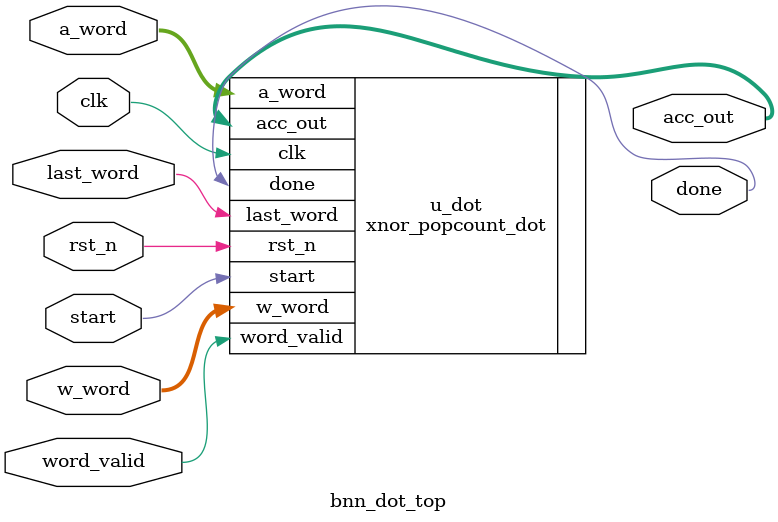
<source format=v>
module bnn_dot_top #(
    parameter integer N_BITS  = 256,
    parameter integer WORD_W  = 32,
    parameter integer N_WORDS = N_BITS / WORD_W
)(
    input  wire                 clk,
    input  wire                 rst_n,

    input  wire                 start,
    input  wire [WORD_W-1:0]    a_word,
    input  wire [WORD_W-1:0]    w_word,
    input  wire                 word_valid,
    input  wire                 last_word,

    output wire                 done,
    output wire signed [31:0]   acc_out
);
    xnor_popcount_dot #(
        .N_BITS(N_BITS),
        .WORD_W(WORD_W),
        .N_WORDS(N_WORDS)
    ) u_dot (
        .clk(clk),
        .rst_n(rst_n),
        .start(start),
        .a_word(a_word),
        .w_word(w_word),
        .word_valid(word_valid),
        .last_word(last_word),
        .done(done),
        .acc_out(acc_out)
    );
endmodule

</source>
